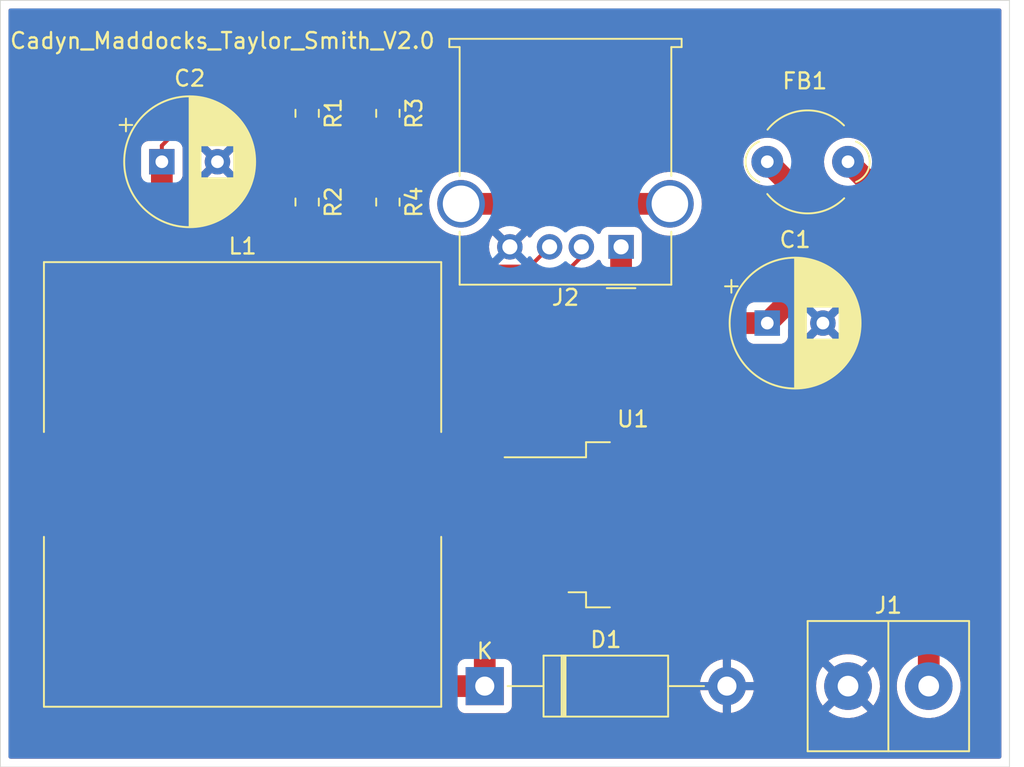
<source format=kicad_pcb>
(kicad_pcb (version 20211014) (generator pcbnew)
  (layers (0 "F.Cu" signal) (31 "B.Cu" signal) (34 "B.Paste" user) (35 "F.Paste" user) (36 "B.SilkS" user "B.Silkscreen") (37 "F.SilkS" user "F.Silkscreen") (38 "B.Mask" user) (39 "F.Mask" user) (44 "Edge.Cuts" user))
  (net 0 "")
  (net 1 "Net-(C1-Pad1)")
  (net 2 "GND")
  (net 3 "/5V")
  (net 4 "Net-(D1-Pad1)")
  (net 5 "Net-(FB1-Pad1)")
  (net 6 "/2.75V")
  (net 7 "/2V")
  (net 8 "unconnected-(J2-Pad5)")
  (footprint "Capacitor_THT:CP_Radial_D8.0mm_P3.50mm" (layer "F.Cu") (at 165.1 45.72)
    (fp_text reference "C1" (at 1.75 -5.25) (layer "F.SilkS"))
    (fp_text value "120uF")
    (fp_line (start 5.311 -2.034) (end 5.311 2.034) (layer "F.SilkS") (width 0.12))
    (fp_line (start 3.111 1.04) (end 3.111 3.85) (layer "F.SilkS") (width 0.12))
    (fp_line (start 2.871 -3.925) (end 2.871 -1.04) (layer "F.SilkS") (width 0.12))
    (fp_line (start 5.351 -1.964) (end 5.351 1.964) (layer "F.SilkS") (width 0.12))
    (fp_line (start 3.471 -3.704) (end 3.471 -1.04) (layer "F.SilkS") (width 0.12))
    (fp_line (start 4.111 1.04) (end 4.111 3.338) (layer "F.SilkS") (width 0.12))
    (fp_line (start 5.111 -2.345) (end 5.111 2.345) (layer "F.SilkS") (width 0.12))
    (fp_line (start 4.871 -2.651) (end 4.871 2.651) (layer "F.SilkS") (width 0.12))
    (fp_line (start 2.951 -3.902) (end 2.951 -1.04) (layer "F.SilkS") (width 0.12))
    (fp_line (start 2.791 -3.947) (end 2.791 -1.04) (layer "F.SilkS") (width 0.12))
    (fp_line (start 2.11 -4.065) (end 2.11 4.065) (layer "F.SilkS") (width 0.12))
    (fp_line (start 4.431 1.04) (end 4.431 3.09) (layer "F.SilkS") (width 0.12))
    (fp_line (start 5.671 -1.229) (end 5.671 1.229) (layer "F.SilkS") (width 0.12))
    (fp_line (start 3.071 1.04) (end 3.071 3.863) (layer "F.SilkS") (width 0.12))
    (fp_line (start 3.151 1.04) (end 3.151 3.835) (layer "F.SilkS") (width 0.12))
    (fp_line (start 2.511 1.04) (end 2.511 4.01) (layer "F.SilkS") (width 0.12))
    (fp_line (start 4.631 -2.907) (end 4.631 2.907) (layer "F.SilkS") (width 0.12))
    (fp_line (start 3.111 -3.85) (end 3.111 -1.04) (layer "F.SilkS") (width 0.12))
    (fp_line (start 3.391 1.04) (end 3.391 3.74) (layer "F.SilkS") (width 0.12))
    (fp_line (start 3.791 1.04) (end 3.791 3.54) (layer "F.SilkS") (width 0.12))
    (fp_line (start 3.511 -3.686) (end 3.511 -1.04) (layer "F.SilkS") (width 0.12))
    (fp_line (start 3.951 1.04) (end 3.951 3.444) (layer "F.SilkS") (width 0.12))
    (fp_line (start 5.711 -1.098) (end 5.711 1.098) (layer "F.SilkS") (width 0.12))
    (fp_line (start -2.659698 -2.315) (end -1.859698 -2.315) (layer "F.SilkS") (width 0.12))
    (fp_line (start 3.671 -3.606) (end 3.671 -1.04) (layer "F.SilkS") (width 0.12))
    (fp_line (start 2.671 -3.976) (end 2.671 -1.04) (layer "F.SilkS") (width 0.12))
    (fp_line (start 3.071 -3.863) (end 3.071 -1.04) (layer "F.SilkS") (width 0.12))
    (fp_line (start 4.391 -3.124) (end 4.391 -1.04) (layer "F.SilkS") (width 0.12))
    (fp_line (start 4.991 -2.505) (end 4.991 2.505) (layer "F.SilkS") (width 0.12))
    (fp_line (start 3.031 1.04) (end 3.031 3.877) (layer "F.SilkS") (width 0.12))
    (fp_line (start 5.231 -2.166) (end 5.231 2.166) (layer "F.SilkS") (width 0.12))
    (fp_line (start 2.711 -3.967) (end 2.711 -1.04) (layer "F.SilkS") (width 0.12))
    (fp_line (start 4.471 -3.055) (end 4.471 -1.04) (layer "F.SilkS") (width 0.12))
    (fp_line (start 5.791 -0.768) (end 5.791 0.768) (layer "F.SilkS") (width 0.12))
    (fp_line (start 3.191 1.04) (end 3.191 3.821) (layer "F.SilkS") (width 0.12))
    (fp_line (start 3.751 1.04) (end 3.751 3.562) (layer "F.SilkS") (width 0.12))
    (fp_line (start 3.351 1.04) (end 3.351 3.757) (layer "F.SilkS") (width 0.12))
    (fp_line (start 4.351 1.04) (end 4.351 3.156) (layer "F.SilkS") (width 0.12))
    (fp_line (start 3.631 -3.627) (end 3.631 -1.04) (layer "F.SilkS") (width 0.12))
    (fp_line (start 3.911 1.04) (end 3.911 3.469) (layer "F.SilkS") (width 0.12))
    (fp_line (start 3.631 1.04) (end 3.631 3.627) (layer "F.SilkS") (width 0.12))
    (fp_line (start 2.31 -4.042) (end 2.31 4.042) (layer "F.SilkS") (width 0.12))
    (fp_line (start 2.991 1.04) (end 2.991 3.889) (layer "F.SilkS") (width 0.12))
    (fp_line (start 4.151 -3.309) (end 4.151 -1.04) (layer "F.SilkS") (width 0.12))
    (fp_line (start 3.991 1.04) (end 3.991 3.418) (layer "F.SilkS") (width 0.12))
    (fp_line (start 3.831 -3.517) (end 3.831 -1.04) (layer "F.SilkS") (width 0.12))
    (fp_line (start 4.511 -3.019) (end 4.511 -1.04) (layer "F.SilkS") (width 0.12))
    (fp_line (start 2.35 -4.037) (end 2.35 4.037) (layer "F.SilkS") (width 0.12))
    (fp_line (start 1.75 -4.08) (end 1.75 4.08) (layer "F.SilkS") (width 0.12))
    (fp_line (start 2.03 -4.071) (end 2.03 4.071) (layer "F.SilkS") (width 0.12))
    (fp_line (start 3.191 -3.821) (end 3.191 -1.04) (layer "F.SilkS") (width 0.12))
    (fp_line (start 4.071 -3.365) (end 4.071 -1.04) (layer "F.SilkS") (width 0.12))
    (fp_line (start 5.431 -1.813) (end 5.431 1.813) (layer "F.SilkS") (width 0.12))
    (fp_line (start 3.711 1.04) (end 3.711 3.584) (layer "F.SilkS") (width 0.12))
    (fp_line (start 2.471 -4.017) (end 2.471 -1.04) (layer "F.SilkS") (width 0.12))
    (fp_line (start 3.271 1.04) (end 3.271 3.79) (layer "F.SilkS") (width 0.12))
    (fp_line (start 2.991 -3.889) (end 2.991 -1.04) (layer "F.SilkS") (width 0.12))
    (fp_line (start -2.259698 -2.715) (end -2.259698 -1.915) (layer "F.SilkS") (width 0.12))
    (fp_line (start 4.271 -3.22) (end 4.271 -1.04) (layer "F.SilkS") (width 0.12))
    (fp_line (start 2.551 -4.002) (end 2.551 -1.04) (layer "F.SilkS") (width 0.12))
    (fp_line (start 4.191 1.04) (end 4.191 3.28) (layer "F.SilkS") (width 0.12))
    (fp_line (start 4.591 -2.945) (end 4.591 2.945) (layer "F.SilkS") (width 0.12))
    (fp_line (start 3.671 1.04) (end 3.671 3.606) (layer "F.SilkS") (width 0.12))
    (fp_line (start 5.151 -2.287) (end 5.151 2.287) (layer "F.SilkS") (width 0.12))
    (fp_line (start 2.471 1.04) (end 2.471 4.017) (layer "F.SilkS") (width 0.12))
    (fp_line (start 4.031 1.04) (end 4.031 3.392) (layer "F.SilkS") (width 0.12))
    (fp_line (start 4.351 -3.156) (end 4.351 -1.04) (layer "F.SilkS") (width 0.12))
    (fp_line (start 5.031 -2.454) (end 5.031 2.454) (layer "F.SilkS") (width 0.12))
    (fp_line (start 5.271 -2.102) (end 5.271 2.102) (layer "F.SilkS") (width 0.12))
    (fp_line (start 2.711 1.04) (end 2.711 3.967) (layer "F.SilkS") (width 0.12))
    (fp_line (start 1.95 -4.076) (end 1.95 4.076) (layer "F.SilkS") (width 0.12))
    (fp_line (start 3.991 -3.418) (end 3.991 -1.04) (layer "F.SilkS") (width 0.12))
    (fp_line (start 2.27 -4.048) (end 2.27 4.048) (layer "F.SilkS") (width 0.12))
    (fp_line (start 5.471 -1.731) (end 5.471 1.731) (layer "F.SilkS") (width 0.12))
    (fp_line (start 2.23 -4.052) (end 2.23 4.052) (layer "F.SilkS") (width 0.12))
    (fp_line (start 2.15 -4.061) (end 2.15 4.061) (layer "F.SilkS") (width 0.12))
    (fp_line (start 2.871 1.04) (end 2.871 3.925) (layer "F.SilkS") (width 0.12))
    (fp_line (start 4.071 1.04) (end 4.071 3.365) (layer "F.SilkS") (width 0.12))
    (fp_line (start 2.671 1.04) (end 2.671 3.976) (layer "F.SilkS") (width 0.12))
    (fp_line (start 5.591 -1.453) (end 5.591 1.453) (layer "F.SilkS") (width 0.12))
    (fp_line (start 2.591 -3.994) (end 2.591 -1.04) (layer "F.SilkS") (width 0.12))
    (fp_line (start 1.91 -4.077) (end 1.91 4.077) (layer "F.SilkS") (width 0.12))
    (fp_line (start 4.951 -2.556) (end 4.951 2.556) (layer "F.SilkS") (width 0.12))
    (fp_line (start 4.471 1.04) (end 4.471 3.055) (layer "F.SilkS") (width 0.12))
    (fp_line (start 2.751 1.04) (end 2.751 3.957) (layer "F.SilkS") (width 0.12))
    (fp_line (start 3.151 -3.835) (end 3.151 -1.04) (layer "F.SilkS") (width 0.12))
    (fp_line (start 3.551 1.04) (end 3.551 3.666) (layer "F.SilkS") (width 0.12))
    (fp_line (start 5.191 -2.228) (end 5.191 2.228) (layer "F.SilkS") (width 0.12))
    (fp_line (start 4.431 -3.09) (end 4.431 -1.04) (layer "F.SilkS") (width 0.12))
    (fp_line (start 1.99 -4.074) (end 1.99 4.074) (layer "F.SilkS") (width 0.12))
    (fp_line (start 4.271 1.04) (end 4.271 3.22) (layer "F.SilkS") (width 0.12))
    (fp_line (start 4.831 -2.697) (end 4.831 2.697) (layer "F.SilkS") (width 0.12))
    (fp_line (start 5.391 -1.89) (end 5.391 1.89) (layer "F.SilkS") (width 0.12))
    (fp_line (start 4.151 1.04) (end 4.151 3.309) (layer "F.SilkS") (width 0.12))
    (fp_line (start 3.951 -3.444) (end 3.951 -1.04) (layer "F.SilkS") (width 0.12))
    (fp_line (start 4.711 -2.826) (end 4.711 2.826) (layer "F.SilkS") (width 0.12))
    (fp_line (start 3.591 1.04) (end 3.591 3.647) (layer "F.SilkS") (width 0.12))
    (fp_line (start 3.271 -3.79) (end 3.271 -1.04) (layer "F.SilkS") (width 0.12))
    (fp_line (start 3.511 1.04) (end 3.511 3.686) (layer "F.SilkS") (width 0.12))
    (fp_line (start 5.751 -0.948) (end 5.751 0.948) (layer "F.SilkS") (width 0.12))
    (fp_line (start 4.311 1.04) (end 4.311 3.189) (layer "F.SilkS") (width 0.12))
    (fp_line (start 5.831 -0.533) (end 5.831 0.533) (layer "F.SilkS") (width 0.12))
    (fp_line (start 4.791 -2.741) (end 4.791 2.741) (layer "F.SilkS") (width 0.12))
    (fp_line (start 5.071 -2.4) (end 5.071 2.4) (layer "F.SilkS") (width 0.12))
    (fp_line (start 3.351 -3.757) (end 3.351 -1.04) (layer "F.SilkS") (width 0.12))
    (fp_line (start 2.551 1.04) (end 2.551 4.002) (layer "F.SilkS") (width 0.12))
    (fp_line (start 4.231 -3.25) (end 4.231 -1.04) (layer "F.SilkS") (width 0.12))
    (fp_line (start 4.551 -2.983) (end 4.551 2.983) (layer "F.SilkS") (width 0.12))
    (fp_line (start 3.311 1.04) (end 3.311 3.774) (layer "F.SilkS") (width 0.12))
    (fp_line (start 2.19 -4.057) (end 2.19 4.057) (layer "F.SilkS") (width 0.12))
    (fp_line (start 4.751 -2.784) (end 4.751 2.784) (layer "F.SilkS") (width 0.12))
    (fp_line (start 3.871 -3.493) (end 3.871 -1.04) (layer "F.SilkS") (width 0.12))
    (fp_line (start 3.551 -3.666) (end 3.551 -1.04) (layer "F.SilkS") (width 0.12))
    (fp_line (start 2.791 1.04) (end 2.791 3.947) (layer "F.SilkS") (width 0.12))
    (fp_line (start 2.751 -3.957) (end 2.751 -1.04) (layer "F.SilkS") (width 0.12))
    (fp_line (start 3.911 -3.469) (end 3.911 -1.04) (layer "F.SilkS") (width 0.12))
    (fp_line (start 2.511 -4.01) (end 2.511 -1.04) (layer "F.SilkS") (width 0.12))
    (fp_line (start 1.79 -4.08) (end 1.79 4.08) (layer "F.SilkS") (width 0.12))
    (fp_line (start 4.911 -2.604) (end 4.911 2.604) (layer "F.SilkS") (width 0.12))
    (fp_line (start 5.511 -1.645) (end 5.511 1.645) (layer "F.SilkS") (width 0.12))
    (fp_line (start 3.311 -3.774) (end 3.311 -1.04) (layer "F.SilkS") (width 0.12))
    (fp_line (start 3.031 -3.877) (end 3.031 -1.04) (layer "F.SilkS") (width 0.12))
    (fp_line (start 2.07 -4.068) (end 2.07 4.068) (layer "F.SilkS") (width 0.12))
    (fp_line (start 3.431 1.04) (end 3.431 3.722) (layer "F.SilkS") (width 0.12))
    (fp_line (start 4.231 1.04) (end 4.231 3.25) (layer "F.SilkS") (width 0.12))
    (fp_line (start 1.83 -4.08) (end 1.83 4.08) (layer "F.SilkS") (width 0.12))
    (fp_line (start 4.031 -3.392) (end 4.031 -1.04) (layer "F.SilkS") (width 0.12))
    (fp_line (start 5.631 -1.346) (end 5.631 1.346) (layer "F.SilkS") (width 0.12))
    (fp_line (start 3.871 1.04) (end 3.871 3.493) (layer "F.SilkS") (width 0.12))
    (fp_line (start 3.391 -3.74) (end 3.391 -1.04) (layer "F.SilkS") (width 0.12))
    (fp_line (start 4.511 1.04) (end 4.511 3.019) (layer "F.SilkS") (width 0.12))
    (fp_line (start 2.591 1.04) (end 2.591 3.994) (layer "F.SilkS") (width 0.12))
    (fp_line (start 2.911 1.04) (end 2.911 3.914) (layer "F.SilkS") (width 0.12))
    (fp_line (start 3.831 1.04) (end 3.831 3.517) (layer "F.SilkS") (width 0.12))
    (fp_line (start 4.671 -2.867) (end 4.671 2.867) (layer "F.SilkS") (width 0.12))
    (fp_line (start 3.591 -3.647) (end 3.591 -1.04) (layer "F.SilkS") (width 0.12))
    (fp_line (start 4.391 1.04) (end 4.391 3.124) (layer "F.SilkS") (width 0.12))
    (fp_line (start 4.111 -3.338) (end 4.111 -1.04) (layer "F.SilkS") (width 0.12))
    (fp_line (start 3.471 1.04) (end 3.471 3.704) (layer "F.SilkS") (width 0.12))
    (fp_line (start 3.751 -3.562) (end 3.751 -1.04) (layer "F.SilkS") (width 0.12))
    (fp_line (start 3.231 1.04) (end 3.231 3.805) (layer "F.SilkS") (width 0.12))
    (fp_line (start 3.711 -3.584) (end 3.711 -1.04) (layer "F.SilkS") (width 0.12))
    (fp_line (start 3.431 -3.722) (end 3.431 -1.04) (layer "F.SilkS") (width 0.12))
    (fp_line (start 1.87 -4.079) (end 1.87 4.079) (layer "F.SilkS") (width 0.12))
    (fp_line (start 3.791 -3.54) (end 3.791 -1.04) (layer "F.SilkS") (width 0.12))
    (fp_line (start 4.311 -3.189) (end 4.311 -1.04) (layer "F.SilkS") (width 0.12))
    (fp_line (start 2.631 1.04) (end 2.631 3.985) (layer "F.SilkS") (width 0.12))
    (fp_line (start 2.911 -3.914) (end 2.911 -1.04) (layer "F.SilkS") (width 0.12))
    (fp_line (start 4.191 -3.28) (end 4.191 -1.04) (layer "F.SilkS") (width 0.12))
    (fp_line (start 2.43 -4.024) (end 2.43 4.024) (layer "F.SilkS") (width 0.12))
    (fp_line (start 2.631 -3.985) (end 2.631 -1.04) (layer "F.SilkS") (width 0.12))
    (fp_line (start 2.39 -4.03) (end 2.39 4.03) (layer "F.SilkS") (width 0.12))
    (fp_line (start 2.831 -3.936) (end 2.831 -1.04) (layer "F.SilkS") (width 0.12))
    (fp_line (start 5.551 -1.552) (end 5.551 1.552) (layer "F.SilkS") (width 0.12))
    (fp_line (start 2.951 1.04) (end 2.951 3.902) (layer "F.SilkS") (width 0.12))
    (fp_line (start 2.831 1.04) (end 2.831 3.936) (layer "F.SilkS") (width 0.12))
    (fp_line (start 3.231 -3.805) (end 3.231 -1.04) (layer "F.SilkS") (width 0.12))
    (fp_circle (center 1.75 0) (end 5.87 0) (layer "F.SilkS") (width 0.12) (fill none))
    (pad "1" thru_hole rect (at 0 0) (size 1.6 1.6) (drill 0.8) (layers *.Cu *.Mask) (net 1 "Net-(C1-Pad1)"))
    (pad "2" thru_hole circle (at 3.5 0) (size 1.6 1.6) (drill 0.8) (layers *.Cu *.Mask) (net 2 "GND"))
  )
  (footprint "Resistor_SMD:R_0805_2012Metric" (layer "F.Cu") (at 141.224 32.512 -90)
    (fp_text reference "R3" (at 0 -1.65 90) (layer "F.SilkS"))
    (fp_text value "150K")
    (fp_line (start -0.227064 0.735) (end 0.227064 0.735) (layer "F.SilkS") (width 0.12))
    (fp_line (start -0.227064 -0.735) (end 0.227064 -0.735) (layer "F.SilkS") (width 0.12))
    (pad "1" smd roundrect (at -0.9125 0 270) (size 1.025 1.4) (layers "F.Cu" "F.Paste" "F.Mask") (roundrect_rratio 0.243902) (net 3 "/5V"))
    (pad "2" smd roundrect (at 0.9125 0 270) (size 1.025 1.4) (layers "F.Cu" "F.Paste" "F.Mask") (roundrect_rratio 0.243902) (net 7 "/2V"))
  )
  (footprint "Resistor_SMD:R_0805_2012Metric" (layer "F.Cu") (at 136.144 38.1 -90)
    (fp_text reference "R2" (at 0 -1.65 90) (layer "F.SilkS"))
    (fp_text value "160k")
    (fp_line (start -0.227064 0.735) (end 0.227064 0.735) (layer "F.SilkS") (width 0.12))
    (fp_line (start -0.227064 -0.735) (end 0.227064 -0.735) (layer "F.SilkS") (width 0.12))
    (pad "1" smd roundrect (at -0.9125 0 270) (size 1.025 1.4) (layers "F.Cu" "F.Paste" "F.Mask") (roundrect_rratio 0.243902) (net 6 "/2.75V"))
    (pad "2" smd roundrect (at 0.9125 0 270) (size 1.025 1.4) (layers "F.Cu" "F.Paste" "F.Mask") (roundrect_rratio 0.243902) (net 2 "GND"))
  )
  (footprint "Ferrite_THT:LairdTech_28C0236-0JW-10" (layer "F.Cu") (at 170.18 35.56 180)
    (fp_text reference "FB1" (at 2.71878 5.08) (layer "F.SilkS"))
    (fp_text value "FerriteBead")
    (fp_arc (start 0.239932 -2.300068) (mid 2.71988 -3.24781) (end 5.08 -2.032) (layer "F.SilkS") (width 0.12))
    (fp_arc (start -0.508 1.27) (mid -1.367832 0) (end -0.508 -1.27) (layer "F.SilkS") (width 0.12))
    (fp_arc (start 5.588 -1.27) (mid 6.447832 0) (end 5.588 1.27) (layer "F.SilkS") (width 0.12))
    (fp_arc (start 5.064465 2.019572) (mid 2.71878 3.227946) (end 0.254 2.286) (layer "F.SilkS") (width 0.12))
    (pad "1" thru_hole circle (at 0 0 180) (size 2 2) (drill 0.8) (layers *.Cu *.Mask) (net 5 "Net-(FB1-Pad1)"))
    (pad "2" thru_hole circle (at 5.08 0 180) (size 2 2) (drill 0.8) (layers *.Cu *.Mask) (net 1 "Net-(C1-Pad1)"))
  )
  (footprint "Package_SIP:2 Pin TB006-508 Terminal Block" (layer "F.Cu") (at 172.72 68.58 180)
    (fp_text reference "J1" (at 0 5.08) (layer "F.SilkS"))
    (fp_text value "Screw_Terminal_01x02")
    (fp_line (start -5.08 4.1) (end -5.08 -4.1) (layer "F.SilkS") (width 0.12))
    (fp_line (start 5.08 4.1) (end 5.08 -4.1) (layer "F.SilkS") (width 0.12))
    (fp_line (start 5.08 -4.1) (end -5.08 -4.1) (layer "F.SilkS") (width 0.12))
    (fp_line (start 5.08 4.1) (end -5.08 4.1) (layer "F.SilkS") (width 0.12))
    (fp_line (start 0 -4.1) (end 0 4.1) (layer "F.SilkS") (width 0.12))
    (pad "1" thru_hole circle (at -2.54 0 270) (size 3 3) (drill 1.3) (layers *.Cu *.Mask) (net 5 "Net-(FB1-Pad1)"))
    (pad "2" thru_hole circle (at 2.54 0 270) (size 3 3) (drill 1.3) (layers *.Cu *.Mask) (net 2 "GND"))
  )
  (footprint "Diode_THT:D_DO-15_P15.24mm_Horizontal" (layer "F.Cu") (at 147.32 68.58)
    (fp_text reference "D1" (at 7.62 -2.92) (layer "F.SilkS"))
    (fp_text value "D_Schottky")
    (fp_text user "K" (at 0 -2.2) (layer "F.SilkS"))
    (fp_line (start 4.84 -1.92) (end 4.84 1.92) (layer "F.SilkS") (width 0.12))
    (fp_line (start 3.7 1.92) (end 11.54 1.92) (layer "F.SilkS") (width 0.12))
    (fp_line (start 1.44 0) (end 3.7 0) (layer "F.SilkS") (width 0.12))
    (fp_line (start 4.96 -1.92) (end 4.96 1.92) (layer "F.SilkS") (width 0.12))
    (fp_line (start 13.8 0) (end 11.54 0) (layer "F.SilkS") (width 0.12))
    (fp_line (start 11.54 1.92) (end 11.54 -1.92) (layer "F.SilkS") (width 0.12))
    (fp_line (start 3.7 -1.92) (end 3.7 1.92) (layer "F.SilkS") (width 0.12))
    (fp_line (start 5.08 -1.92) (end 5.08 1.92) (layer "F.SilkS") (width 0.12))
    (fp_line (start 11.54 -1.92) (end 3.7 -1.92) (layer "F.SilkS") (width 0.12))
    (pad "1" thru_hole rect (at 0 0) (size 2.4 2.4) (drill 1.2) (layers *.Cu *.Mask) (net 4 "Net-(D1-Pad1)"))
    (pad "2" thru_hole oval (at 15.24 0) (size 2.4 2.4) (drill 1.2) (layers *.Cu *.Mask) (net 2 "GND"))
  )
  (footprint "Package_TO_SOT_SMD:TO-263-5_TabPin3" (layer "F.Cu") (at 156.645 58.42)
    (fp_text reference "U1" (at 0 -6.65) (layer "F.SilkS"))
    (fp_text value "LM2576S-5")
    (fp_line (start -2.95 4.25) (end -4.05 4.25) (layer "F.SilkS") (width 0.12))
    (fp_line (start -1.45 5.2) (end -2.95 5.2) (layer "F.SilkS") (width 0.12))
    (fp_line (start -1.45 -5.2) (end -2.95 -5.2) (layer "F.SilkS") (width 0.12))
    (fp_line (start -2.95 -5.2) (end -2.95 -4.25) (layer "F.SilkS") (width 0.12))
    (fp_line (start -2.95 5.2) (end -2.95 4.25) (layer "F.SilkS") (width 0.12))
    (fp_line (start -2.95 -4.25) (end -8.075 -4.25) (layer "F.SilkS") (width 0.12))
    (pad "1" smd rect (at -5.775 -3.4) (size 4.6 1.1) (layers "F.Cu" "F.Paste" "F.Mask") (net 1 "Net-(C1-Pad1)"))
    (pad "2" smd rect (at -5.775 -1.7) (size 4.6 1.1) (layers "F.Cu" "F.Paste" "F.Mask") (net 3 "/5V"))
    (pad "3" smd rect (at -5.775 0) (size 4.6 1.1) (layers "F.Cu" "F.Paste" "F.Mask") (net 2 "GND"))
    (pad "3" smd rect (at 3.375 0) (size 9.4 10.8) (layers "F.Cu" "F.Mask") (net 2 "GND"))
    (pad "4" smd rect (at -5.775 1.7) (size 4.6 1.1) (layers "F.Cu" "F.Paste" "F.Mask") (net 4 "Net-(D1-Pad1)"))
    (pad "5" smd rect (at -5.775 3.4) (size 4.6 1.1) (layers "F.Cu" "F.Paste" "F.Mask") (net 2 "GND"))
  )
  (footprint "Resistor_SMD:R_0805_2012Metric" (layer "F.Cu") (at 141.224 38.1 -90)
    (fp_text reference "R4" (at 0 -1.65 90) (layer "F.SilkS"))
    (fp_text value "100k")
    (fp_line (start -0.227064 0.735) (end 0.227064 0.735) (layer "F.SilkS") (width 0.12))
    (fp_line (start -0.227064 -0.735) (end 0.227064 -0.735) (layer "F.SilkS") (width 0.12))
    (pad "1" smd roundrect (at -0.9125 0 270) (size 1.025 1.4) (layers "F.Cu" "F.Paste" "F.Mask") (roundrect_rratio 0.243902) (net 7 "/2V"))
    (pad "2" smd roundrect (at 0.9125 0 270) (size 1.025 1.4) (layers "F.Cu" "F.Paste" "F.Mask") (roundrect_rratio 0.243902) (net 2 "GND"))
  )
  (footprint "Capacitor_THT:CP_Radial_D8.0mm_P3.50mm" (layer "F.Cu") (at 127 35.56)
    (fp_text reference "C2" (at 1.75 -5.25) (layer "F.SilkS"))
    (fp_text value "470uF")
    (fp_line (start 3.951 -3.444) (end 3.951 -1.04) (layer "F.SilkS") (width 0.12))
    (fp_line (start 1.79 -4.08) (end 1.79 4.08) (layer "F.SilkS") (width 0.12))
    (fp_line (start 4.191 1.04) (end 4.191 3.28) (layer "F.SilkS") (width 0.12))
    (fp_line (start 3.751 -3.562) (end 3.751 -1.04) (layer "F.SilkS") (width 0.12))
    (fp_line (start 3.351 1.04) (end 3.351 3.757) (layer "F.SilkS") (width 0.12))
    (fp_line (start 2.951 1.04) (end 2.951 3.902) (layer "F.SilkS") (width 0.12))
    (fp_line (start 3.311 -3.774) (end 3.311 -1.04) (layer "F.SilkS") (width 0.12))
    (fp_line (start 4.031 -3.392) (end 4.031 -1.04) (layer "F.SilkS") (width 0.12))
    (fp_line (start 3.271 -3.79) (end 3.271 -1.04) (layer "F.SilkS") (width 0.12))
    (fp_line (start 4.391 1.04) (end 4.391 3.124) (layer "F.SilkS") (width 0.12))
    (fp_line (start 3.591 1.04) (end 3.591 3.647) (layer "F.SilkS") (width 0.12))
    (fp_line (start 2.471 1.04) (end 2.471 4.017) (layer "F.SilkS") (width 0.12))
    (fp_line (start -2.659698 -2.315) (end -1.859698 -2.315) (layer "F.SilkS") (width 0.12))
    (fp_line (start 3.471 -3.704) (end 3.471 -1.04) (layer "F.SilkS") (width 0.12))
    (fp_line (start 2.871 1.04) (end 2.871 3.925) (layer "F.SilkS") (width 0.12))
    (fp_line (start 3.551 -3.666) (end 3.551 -1.04) (layer "F.SilkS") (width 0.12))
    (fp_line (start 1.99 -4.074) (end 1.99 4.074) (layer "F.SilkS") (width 0.12))
    (fp_line (start 3.071 1.04) (end 3.071 3.863) (layer "F.SilkS") (width 0.12))
    (fp_line (start 3.271 1.04) (end 3.271 3.79) (layer "F.SilkS") (width 0.12))
    (fp_line (start 5.271 -2.102) (end 5.271 2.102) (layer "F.SilkS") (width 0.12))
    (fp_line (start 2.871 -3.925) (end 2.871 -1.04) (layer "F.SilkS") (width 0.12))
    (fp_line (start 5.551 -1.552) (end 5.551 1.552) (layer "F.SilkS") (width 0.12))
    (fp_line (start 3.711 -3.584) (end 3.711 -1.04) (layer "F.SilkS") (width 0.12))
    (fp_line (start 5.071 -2.4) (end 5.071 2.4) (layer "F.SilkS") (width 0.12))
    (fp_line (start 2.711 -3.967) (end 2.711 -1.04) (layer "F.SilkS") (width 0.12))
    (fp_line (start 5.231 -2.166) (end 5.231 2.166) (layer "F.SilkS") (width 0.12))
    (fp_line (start 4.311 -3.189) (end 4.311 -1.04) (layer "F.SilkS") (width 0.12))
    (fp_line (start 5.791 -0.768) (end 5.791 0.768) (layer "F.SilkS") (width 0.12))
    (fp_line (start 4.271 1.04) (end 4.271 3.22) (layer "F.SilkS") (width 0.12))
    (fp_line (start -2.259698 -2.715) (end -2.259698 -1.915) (layer "F.SilkS") (width 0.12))
    (fp_line (start 3.911 1.04) (end 3.911 3.469) (layer "F.SilkS") (width 0.12))
    (fp_line (start 4.151 -3.309) (end 4.151 -1.04) (layer "F.SilkS") (width 0.12))
    (fp_line (start 3.791 -3.54) (end 3.791 -1.04) (layer "F.SilkS") (width 0.12))
    (fp_line (start 5.031 -2.454) (end 5.031 2.454) (layer "F.SilkS") (width 0.12))
    (fp_line (start 4.231 -3.25) (end 4.231 -1.04) (layer "F.SilkS") (width 0.12))
    (fp_line (start 4.511 1.04) (end 4.511 3.019) (layer "F.SilkS") (width 0.12))
    (fp_line (start 3.391 1.04) (end 3.391 3.74) (layer "F.SilkS") (width 0.12))
    (fp_line (start 2.511 1.04) (end 2.511 4.01) (layer "F.SilkS") (width 0.12))
    (fp_line (start 5.431 -1.813) (end 5.431 1.813) (layer "F.SilkS") (width 0.12))
    (fp_line (start 3.151 -3.835) (end 3.151 -1.04) (layer "F.SilkS") (width 0.12))
    (fp_line (start 4.711 -2.826) (end 4.711 2.826) (layer "F.SilkS") (width 0.12))
    (fp_line (start 3.431 -3.722) (end 3.431 -1.04) (layer "F.SilkS") (width 0.12))
    (fp_line (start 4.431 1.04) (end 4.431 3.09) (layer "F.SilkS") (width 0.12))
    (fp_line (start 4.191 -3.28) (end 4.191 -1.04) (layer "F.SilkS") (width 0.12))
    (fp_line (start 3.111 1.04) (end 3.111 3.85) (layer "F.SilkS") (width 0.12))
    (fp_line (start 3.511 1.04) (end 3.511 3.686) (layer "F.SilkS") (width 0.12))
    (fp_line (start 2.07 -4.068) (end 2.07 4.068) (layer "F.SilkS") (width 0.12))
    (fp_line (start 3.671 -3.606) (end 3.671 -1.04) (layer "F.SilkS") (width 0.12))
    (fp_line (start 2.671 1.04) (end 2.671 3.976) (layer "F.SilkS") (width 0.12))
    (fp_line (start 4.271 -3.22) (end 4.271 -1.04) (layer "F.SilkS") (width 0.12))
    (fp_line (start 3.711 1.04) (end 3.711 3.584) (layer "F.SilkS") (width 0.12))
    (fp_line (start 4.631 -2.907) (end 4.631 2.907) (layer "F.SilkS") (width 0.12))
    (fp_line (start 2.631 1.04) (end 2.631 3.985) (layer "F.SilkS") (width 0.12))
    (fp_line (start 4.551 -2.983) (end 4.551 2.983) (layer "F.SilkS") (width 0.12))
    (fp_line (start 3.191 -3.821) (end 3.191 -1.04) (layer "F.SilkS") (width 0.12))
    (fp_line (start 4.911 -2.604) (end 4.911 2.604) (layer "F.SilkS") (width 0.12))
    (fp_line (start 4.111 1.04) (end 4.111 3.338) (layer "F.SilkS") (width 0.12))
    (fp_line (start 4.831 -2.697) (end 4.831 2.697) (layer "F.SilkS") (width 0.12))
    (fp_line (start 5.151 -2.287) (end 5.151 2.287) (layer "F.SilkS") (width 0.12))
    (fp_line (start 4.591 -2.945) (end 4.591 2.945) (layer "F.SilkS") (width 0.12))
    (fp_line (start 2.591 1.04) (end 2.591 3.994) (layer "F.SilkS") (width 0.12))
    (fp_line (start 2.831 1.04) (end 2.831 3.936) (layer "F.SilkS") (width 0.12))
    (fp_line (start 3.991 1.04) (end 3.991 3.418) (layer "F.SilkS") (width 0.12))
    (fp_line (start 3.871 1.04) (end 3.871 3.493) (layer "F.SilkS") (width 0.12))
    (fp_line (start 2.751 -3.957) (end 2.751 -1.04) (layer "F.SilkS") (width 0.12))
    (fp_line (start 3.591 -3.647) (end 3.591 -1.04) (layer "F.SilkS") (width 0.12))
    (fp_line (start 5.311 -2.034) (end 5.311 2.034) (layer "F.SilkS") (width 0.12))
    (fp_line (start 5.351 -1.964) (end 5.351 1.964) (layer "F.SilkS") (width 0.12))
    (fp_line (start 2.991 -3.889) (end 2.991 -1.04) (layer "F.SilkS") (width 0.12))
    (fp_line (start 2.27 -4.048) (end 2.27 4.048) (layer "F.SilkS") (width 0.12))
    (fp_line (start 2.751 1.04) (end 2.751 3.957) (layer "F.SilkS") (width 0.12))
    (fp_line (start 3.071 -3.863) (end 3.071 -1.04) (layer "F.SilkS") (width 0.12))
    (fp_line (start 4.471 1.04) (end 4.471 3.055) (layer "F.SilkS") (width 0.12))
    (fp_line (start 3.831 1.04) (end 3.831 3.517) (layer "F.SilkS") (width 0.12))
    (fp_line (start 5.511 -1.645) (end 5.511 1.645) (layer "F.SilkS") (width 0.12))
    (fp_line (start 3.911 -3.469) (end 3.911 -1.04) (layer "F.SilkS") (width 0.12))
    (fp_line (start 2.671 -3.976) (end 2.671 -1.04) (layer "F.SilkS") (width 0.12))
    (fp_line (start 4.951 -2.556) (end 4.951 2.556) (layer "F.SilkS") (width 0.12))
    (fp_line (start 2.11 -4.065) (end 2.11 4.065) (layer "F.SilkS") (width 0.12))
    (fp_line (start 1.83 -4.08) (end 1.83 4.08) (layer "F.SilkS") (width 0.12))
    (fp_line (start 3.511 -3.686) (end 3.511 -1.04) (layer "F.SilkS") (width 0.12))
    (fp_line (start 4.031 1.04) (end 4.031 3.392) (layer "F.SilkS") (width 0.12))
    (fp_line (start 2.23 -4.052) (end 2.23 4.052) (layer "F.SilkS") (width 0.12))
    (fp_line (start 5.671 -1.229) (end 5.671 1.229) (layer "F.SilkS") (width 0.12))
    (fp_line (start 3.031 -3.877) (end 3.031 -1.04) (layer "F.SilkS") (width 0.12))
    (fp_line (start 4.311 1.04) (end 4.311 3.189) (layer "F.SilkS") (width 0.12))
    (fp_line (start 1.95 -4.076) (end 1.95 4.076) (layer "F.SilkS") (width 0.12))
    (fp_line (start 2.591 -3.994) (end 2.591 -1.04) (layer "F.SilkS") (width 0.12))
    (fp_line (start 3.111 -3.85) (end 3.111 -1.04) (layer "F.SilkS") (width 0.12))
    (fp_line (start 2.551 -4.002) (end 2.551 -1.04) (layer "F.SilkS") (width 0.12))
    (fp_line (start 3.311 1.04) (end 3.311 3.774) (layer "F.SilkS") (width 0.12))
    (fp_line (start 4.231 1.04) (end 4.231 3.25) (layer "F.SilkS") (width 0.12))
    (fp_line (start 2.471 -4.017) (end 2.471 -1.04) (layer "F.SilkS") (width 0.12))
    (fp_line (start 2.03 -4.071) (end 2.03 4.071) (layer "F.SilkS") (width 0.12))
    (fp_line (start 5.711 -1.098) (end 5.711 1.098) (layer "F.SilkS") (width 0.12))
    (fp_line (start 3.871 -3.493) (end 3.871 -1.04) (layer "F.SilkS") (width 0.12))
    (fp_line (start 4.151 1.04) (end 4.151 3.309) (layer "F.SilkS") (width 0.12))
    (fp_line (start 2.511 -4.01) (end 2.511 -1.04) (layer "F.SilkS") (width 0.12))
    (fp_line (start 3.031 1.04) (end 3.031 3.877) (layer "F.SilkS") (width 0.12))
    (fp_line (start 4.351 -3.156) (end 4.351 -1.04) (layer "F.SilkS") (width 0.12))
    (fp_line (start 5.591 -1.453) (end 5.591 1.453) (layer "F.SilkS") (width 0.12))
    (fp_line (start 2.951 -3.902) (end 2.951 -1.04) (layer "F.SilkS") (width 0.12))
    (fp_line (start 4.791 -2.741) (end 4.791 2.741) (layer "F.SilkS") (width 0.12))
    (fp_line (start 3.751 1.04) (end 3.751 3.562) (layer "F.SilkS") (width 0.12))
    (fp_line (start 3.551 1.04) (end 3.551 3.666) (layer "F.SilkS") (width 0.12))
    (fp_line (start 4.671 -2.867) (end 4.671 2.867) (layer "F.SilkS") (width 0.12))
    (fp_line (start 3.991 -3.418) (end 3.991 -1.04) (layer "F.SilkS") (width 0.12))
    (fp_line (start 4.991 -2.505) (end 4.991 2.505) (layer "F.SilkS") (width 0.12))
    (fp_line (start 2.551 1.04) (end 2.551 4.002) (layer "F.SilkS") (width 0.12))
    (fp_line (start 2.15 -4.061) (end 2.15 4.061) (layer "F.SilkS") (width 0.12))
    (fp_line (start 3.631 -3.627) (end 3.631 -1.04) (layer "F.SilkS") (width 0.12))
    (fp_line (start 2.991 1.04) (end 2.991 3.889) (layer "F.SilkS") (width 0.12))
    (fp_line (start 5.831 -0.533) (end 5.831 0.533) (layer "F.SilkS") (width 0.12))
    (fp_line (start 1.87 -4.079) (end 1.87 4.079) (layer "F.SilkS") (width 0.12))
    (fp_line (start 1.91 -4.077) (end 1.91 4.077) (layer "F.SilkS") (width 0.12))
    (fp_line (start 2.35 -4.037) (end 2.35 4.037) (layer "F.SilkS") (width 0.12))
    (fp_line (start 3.631 1.04) (end 3.631 3.627) (layer "F.SilkS") (width 0.12))
    (fp_line (start 3.391 -3.74) (end 3.391 -1.04) (layer "F.SilkS") (width 0.12))
    (fp_line (start 1.75 -4.08) (end 1.75 4.08) (layer "F.SilkS") (width 0.12))
    (fp_line (start 3.151 1.04) (end 3.151 3.835) (layer "F.SilkS") (width 0.12))
    (fp_line (start 2.911 1.04) (end 2.911 3.914) (layer "F.SilkS") (width 0.12))
    (fp_line (start 2.631 -3.985) (end 2.631 -1.04) (layer "F.SilkS") (width 0.12))
    (fp_line (start 2.31 -4.042) (end 2.31 4.042) (layer "F.SilkS") (width 0.12))
    (fp_line (start 5.471 -1.731) (end 5.471 1.731) (layer "F.SilkS") (width 0.12))
    (fp_line (start 5.111 -2.345) (end 5.111 2.345) (layer "F.SilkS") (width 0.12))
    (fp_line (start 4.511 -3.019) (end 4.511 -1.04) (layer "F.SilkS") (width 0.12))
    (fp_line (start 2.911 -3.914) (end 2.911 -1.04) (layer "F.SilkS") (width 0.12))
    (fp_line (start 4.871 -2.651) (end 4.871 2.651) (layer "F.SilkS") (width 0.12))
    (fp_line (start 4.471 -3.055) (end 4.471 -1.04) (layer "F.SilkS") (width 0.12))
    (fp_line (start 2.39 -4.03) (end 2.39 4.03) (layer "F.SilkS") (width 0.12))
    (fp_line (start 5.751 -0.948) (end 5.751 0.948) (layer "F.SilkS") (width 0.12))
    (fp_line (start 4.351 1.04) (end 4.351 3.156) (layer "F.SilkS") (width 0.12))
    (fp_line (start 2.43 -4.024) (end 2.43 4.024) (layer "F.SilkS") (width 0.12))
    (fp_line (start 4.391 -3.124) (end 4.391 -1.04) (layer "F.SilkS") (width 0.12))
    (fp_line (start 3.231 -3.805) (end 3.231 -1.04) (layer "F.SilkS") (width 0.12))
    (fp_line (start 5.191 -2.228) (end 5.191 2.228) (layer "F.SilkS") (width 0.12))
    (fp_line (start 2.711 1.04) (end 2.711 3.967) (layer "F.SilkS") (width 0.12))
    (fp_line (start 4.751 -2.784) (end 4.751 2.784) (layer "F.SilkS") (width 0.12))
    (fp_line (start 3.431 1.04) (end 3.431 3.722) (layer "F.SilkS") (width 0.12))
    (fp_line (start 3.351 -3.757) (end 3.351 -1.04) (layer "F.SilkS") (width 0.12))
    (fp_line (start 5.391 -1.89) (end 5.391 1.89) (layer "F.SilkS") (width 0.12))
    (fp_line (start 4.071 1.04) (end 4.071 3.365) (layer "F.SilkS") (width 0.12))
    (fp_line (start 2.791 -3.947) (end 2.791 -1.04) (layer "F.SilkS") (width 0.12))
    (fp_line (start 4.071 -3.365) (end 4.071 -1.04) (layer "F.SilkS") (width 0.12))
    (fp_line (start 3.231 1.04) (end 3.231 3.805) (layer "F.SilkS") (width 0.12))
    (fp_line (start 3.671 1.04) (end 3.671 3.606) (layer "F.SilkS") (width 0.12))
    (fp_line (start 2.791 1.04) (end 2.791 3.947) (layer "F.SilkS") (width 0.12))
    (fp_line (start 4.431 -3.09) (end 4.431 -1.04) (layer "F.SilkS") (width 0.12))
    (fp_line (start 5.631 -1.346) (end 5.631 1.346) (layer "F.SilkS") (width 0.12))
    (fp_line (start 4.111 -3.338) (end 4.111 -1.04) (layer "F.SilkS") (width 0.12))
    (fp_line (start 3.951 1.04) (end 3.951 3.444) (layer "F.SilkS") (width 0.12))
    (fp_line (start 3.831 -3.517) (end 3.831 -1.04) (layer "F.SilkS") (width 0.12))
    (fp_line (start 2.19 -4.057) (end 2.19 4.057) (layer "F.SilkS") (width 0.12))
    (fp_line (start 2.831 -3.936) (end 2.831 -1.04) (layer "F.SilkS") (width 0.12))
    (fp_line (start 3.791 1.04) (end 3.791 3.54) (layer "F.SilkS") (width 0.12))
    (fp_line (start 3.191 1.04) (end 3.191 3.821) (layer "F.SilkS") (width 0.12))
    (fp_line (start 3.471 1.04) (end 3.471 3.704) (layer "F.SilkS") (width 0.12))
    (fp_circle (center 1.75 0) (end 5.87 0) (layer "F.SilkS") (width 0.12) (fill none))
    (pad "1" thru_hole rect (at 0 0) (size 1.6 1.6) (drill 0.8) (layers *.Cu *.Mask) (net 3 "/5V"))
    (pad "2" thru_hole circle (at 3.5 0) (size 1.6 1.6) (drill 0.8) (layers *.Cu *.Mask) (net 2 "GND"))
  )
  (footprint "Resistor_SMD:R_0805_2012Metric" (layer "F.Cu") (at 136.144 32.512 -90)
    (fp_text reference "R1" (at 0 -1.65 90) (layer "F.SilkS"))
    (fp_text value "130k")
    (fp_line (start -0.227064 0.735) (end 0.227064 0.735) (layer "F.SilkS") (width 0.12))
    (fp_line (start -0.227064 -0.735) (end 0.227064 -0.735) (layer "F.SilkS") (width 0.12))
    (pad "1" smd roundrect (at -0.9125 0 270) (size 1.025 1.4) (layers "F.Cu" "F.Paste" "F.Mask") (roundrect_rratio 0.243902) (net 3 "/5V"))
    (pad "2" smd roundrect (at 0.9125 0 270) (size 1.025 1.4) (layers "F.Cu" "F.Paste" "F.Mask") (roundrect_rratio 0.243902) (net 6 "/2.75V"))
  )
  (footprint "Connector_USB:USB_A_Molex_67643_Horizontal" (layer "F.Cu") (at 155.9 40.92 180)
    (fp_text reference "J2" (at 3.5 -3.19) (layer "F.SilkS"))
    (fp_text value "USB_A")
    (fp_line (start 10.81 13.1) (end 10.81 12.58) (layer "F.SilkS") (width 0.12))
    (fp_line (start -3.16 12.58) (end -3.81 12.58) (layer "F.SilkS") (width 0.12))
    (fp_line (start -3.16 -2.38) (end -3.16 0.95) (layer "F.SilkS") (width 0.12))
    (fp_line (start -3.81 13.1) (end 10.81 13.1) (layer "F.SilkS") (width 0.12))
    (fp_line (start 10.16 4.47) (end 10.16 12.58) (layer "F.SilkS") (width 0.12))
    (fp_line (start -3.16 12.58) (end -3.16 4.47) (layer "F.SilkS") (width 0.12))
    (fp_line (start -0.9 -2.6) (end 0.9 -2.6) (layer "F.SilkS") (width 0.12))
    (fp_line (start 10.81 12.58) (end 10.16 12.58) (layer "F.SilkS") (width 0.12))
    (fp_line (start -3.81 12.58) (end -3.81 13.1) (layer "F.SilkS") (width 0.12))
    (fp_line (start 10.16 -2.38) (end 10.16 0.95) (layer "F.SilkS") (width 0.12))
    (fp_line (start -3.16 -2.38) (end 10.16 -2.38) (layer "F.SilkS") (width 0.12))
    (pad "1" thru_hole rect (at 0 0 180) (size 1.6 1.5) (drill 0.95) (layers *.Cu *.Mask) (net 3 "/5V"))
    (pad "2" thru_hole circle (at 2.5 0 180) (size 1.6 1.6) (drill 0.95) (layers *.Cu *.Mask) (net 6 "/2.75V"))
    (pad "3" thru_hole circle (at 4.5 0 180) (size 1.6 1.6) (drill 0.95) (layers *.Cu *.Mask) (net 7 "/2V"))
    (pad "4" thru_hole circle (at 7 0 180) (size 1.6 1.6) (drill 0.95) (layers *.Cu *.Mask) (net 2 "GND"))
    (pad "5" thru_hole circle (at -3.07 2.71 180) (size 3 3) (drill 2.3) (layers *.Cu *.Mask) (net 8 "unconnected-(J2-Pad5)"))
    (pad "5" thru_hole circle (at 10.07 2.71 180) (size 3 3) (drill 2.3) (layers *.Cu *.Mask) (net 8 "unconnected-(J2-Pad5)"))
  )
  (footprint "Inductor_SMD:L_28x25mm_H20.5mm" (layer "F.Cu") (at 132.08 55.88)
    (fp_text reference "L1" (at 0 -15) (layer "F.SilkS"))
    (fp_text value "100uH")
    (fp_line (start 12.5 3.3) (end 12.5 14) (layer "F.SilkS") (width 0.12))
    (fp_line (start -12.5 -14) (end 12.5 -14) (layer "F.SilkS") (width 0.12))
    (fp_line (start -12.5 -14) (end -12.5 -3.3) (layer "F.SilkS") (width 0.12))
    (fp_line (start 12.5 14) (end -12.5 14) (layer "F.SilkS") (width 0.12))
    (fp_line (start -12.5 14) (end -12.5 3.3) (layer "F.SilkS") (width 0.12))
    (fp_line (start 12.5 -14) (end 12.5 -3.3) (layer "F.SilkS") (width 0.12))
    (pad "1" smd rect (at -9 0) (size 6 6) (layers "F.Cu" "F.Paste" "F.Mask") (net 4 "Net-(D1-Pad1)"))
    (pad "2" smd rect (at 9 0) (size 6 6) (layers "F.Cu" "F.Paste" "F.Mask") (net 3 "/5V"))
  )
  (gr_line (start 180.34 25.4) (end 180.34 73.66) (layer "Edge.Cuts") (width 0.05))
  (gr_line (start 180.34 73.66) (end 116.84 73.66) (layer "Edge.Cuts") (width 0.05))
  (gr_line (start 116.84 73.66) (end 116.84 25.4) (layer "Edge.Cuts") (width 0.05))
  (gr_line (start 116.84 25.4) (end 180.34 25.4) (layer "Edge.Cuts") (width 0.05))
  (gr_text "Cadyn_Maddocks_Taylor_Smith_V2.0" (at 130.81 27.94) (layer "F.SilkS") (effects (font (size 1 1))))
  (segment (start 160.17 45.72) (end 150.87 55.02) (width 1.36703) (layer "F.Cu") (net 1))
  (segment (start 166.37 44.45) (end 165.1 45.72) (width 1.36703) (layer "F.Cu") (net 1))
  (segment (start 165.1 35.56) (end 166.37 36.83) (width 1.36703) (layer "F.Cu") (net 1))
  (segment (start 166.37 36.83) (end 166.37 44.45) (width 1.36703) (layer "F.Cu") (net 1))
  (segment (start 165.1 45.72) (end 160.17 45.72) (width 1.36703) (layer "F.Cu") (net 1))
  (segment (start 141.08 55.88) (end 139.04 55.88) (width 1.36703) (layer "F.Cu") (net 3))
  (segment (start 127 35.56) (end 127 34.544) (width 0.25) (layer "F.Cu") (net 3))
  (segment (start 136.0405 31.496) (end 136.144 31.5995) (width 0.25) (layer "F.Cu") (net 3))
  (segment (start 142.875 55.88) (end 155.9 42.855) (width 1.36703) (layer "F.Cu") (net 3))
  (segment (start 130.048 31.496) (end 136.0405 31.496) (width 0.25) (layer "F.Cu") (net 3))
  (segment (start 141.92 56.72) (end 150.87 56.72) (width 1.36703) (layer "F.Cu") (net 3))
  (segment (start 127 34.544) (end 130.048 31.496) (width 0.25) (layer "F.Cu") (net 3))
  (segment (start 141.08 55.88) (end 142.875 55.88) (width 1.36703) (layer "F.Cu") (net 3))
  (segment (start 127 43.84) (end 127 35.56) (width 1.36703) (layer "F.Cu") (net 3))
  (segment (start 141.08 55.88) (end 141.92 56.72) (width 1.36703) (layer "F.Cu") (net 3))
  (segment (start 155.9 42.855) (end 155.9 40.92) (width 1.36703) (layer "F.Cu") (net 3))
  (segment (start 136.144 31.5995) (end 141.224 31.5995) (width 0.25) (layer "F.Cu") (net 3))
  (segment (start 139.04 55.88) (end 127 43.84) (width 1.36703) (layer "F.Cu") (net 3))
  (segment (start 147.32 68.58) (end 132.74 68.58) (width 1.36703) (layer "F.Cu") (net 4))
  (segment (start 147.32 68.58) (end 147.32 60.753948) (width 1.36703) (layer "F.Cu") (net 4))
  (segment (start 132.74 68.58) (end 123.08 58.92) (width 1.36703) (layer "F.Cu") (net 4))
  (segment (start 147.953948 60.12) (end 150.87 60.12) (width 1.36703) (layer "F.Cu") (net 4))
  (segment (start 147.32 60.753948) (end 147.953948 60.12) (width 1.36703) (layer "F.Cu") (net 4))
  (segment (start 175.26 40.64) (end 170.18 35.56) (width 1.36703) (layer "F.Cu") (net 5))
  (segment (start 175.26 66.04) (end 175.26 40.64) (width 1.36703) (layer "F.Cu") (net 5))
  (segment (start 175.26 68.58) (end 175.26 63.5) (width 1.36703) (layer "F.Cu") (net 5))
  (segment (start 152.275489 42.672) (end 153.4 41.547489) (width 0.25) (layer "F.Cu") (net 6))
  (segment (start 136.144 33.4245) (end 136.144 37.1875) (width 0.25) (layer "F.Cu") (net 6))
  (segment (start 141.6285 42.672) (end 152.275489 42.672) (width 0.25) (layer "F.Cu") (net 6))
  (segment (start 136.144 37.1875) (end 141.6285 42.672) (width 0.25) (layer "F.Cu") (net 6))
  (segment (start 153.4 41.547489) (end 153.4 40.92) (width 0.25) (layer "F.Cu") (net 6))
  (segment (start 141.224 37.1875) (end 139.192 39.2195) (width 0.25) (layer "F.Cu") (net 7))
  (segment (start 139.192 39.2195) (end 139.192 39.599782) (width 0.25) (layer "F.Cu") (net 7))
  (segment (start 139.192 39.599782) (end 141.756218 42.164) (width 0.25) (layer "F.Cu") (net 7))
  (segment (start 141.224 33.4245) (end 141.224 37.1875) (width 0.25) (layer "F.Cu") (net 7))
  (segment (start 150.156 42.164) (end 151.4 40.92) (width 0.25) (layer "F.Cu") (net 7))
  (segment (start 141.756218 42.164) (end 150.156 42.164) (width 0.25) (layer "F.Cu") (net 7))
  (segment (start 145.83 38.21) (end 158.97 38.21) (width 1.36703) (layer "F.Cu") (net 8))
  (zone (net 2) (net_name "GND") (layers F&B.Cu) (connect_pads (clearance 0.508)) (min_thickness 0.254) (fill yes (thermal_gap 0.508) (thermal_bridge_width 0.508))
    (polygon (pts (xy 180.34 73.66) (xy 116.84 73.66) (xy 116.84 25.4) (xy 180.34 25.4)))
  )
)
</source>
